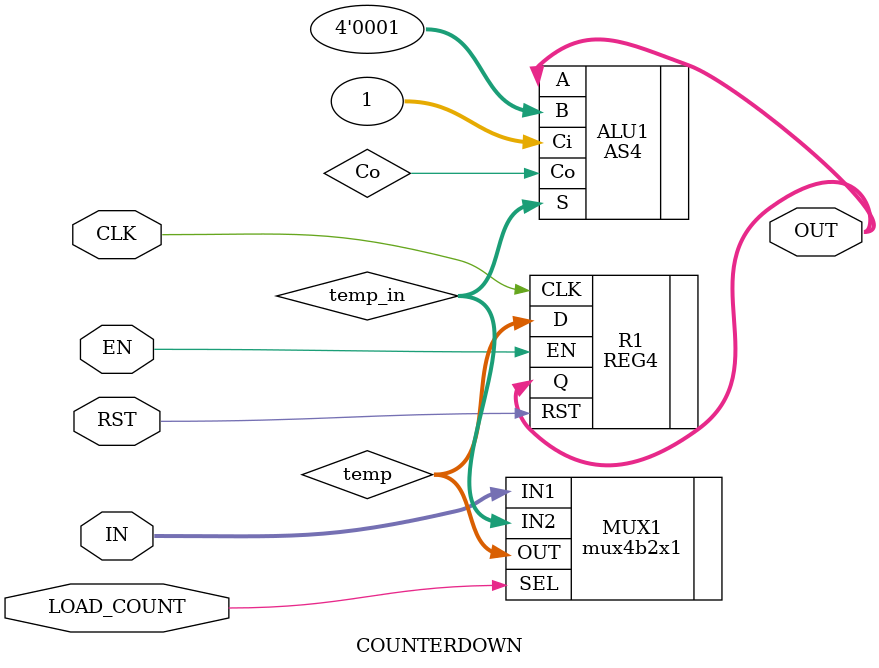
<source format=sv>
module COUNTERDOWN (IN,OUT,CLK,RST,LOAD_COUNT,EN);

input [3:0] IN;
input CLK,RST,LOAD_COUNT,EN;
output [3:0] OUT ;

wire [3:0] temp,temp_in;
logic Co;

mux4b2x1 MUX1(.IN1(IN),.IN2(temp_in),.OUT(temp),.SEL(LOAD_COUNT));
REG4 R1(.D(temp),.Q(OUT),.CLK(CLK),.RST(RST),.EN(EN));
AS4 ALU1(.A(OUT),.B(4'b0001),.Ci(1),.S(temp_in),.Co(Co));

endmodule 

</source>
